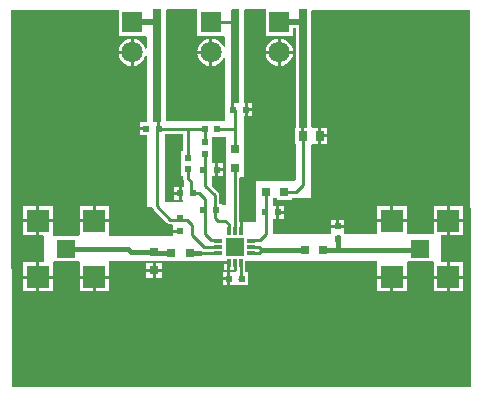
<source format=gtl>
G04 Layer_Physical_Order=1*
G04 Layer_Color=255*
%FSLAX23Y23*%
%MOIN*%
G70*
G01*
G75*
%ADD10R,0.062X0.062*%
%ADD11R,0.077X0.077*%
%ADD12R,0.022X0.024*%
%ADD13R,0.024X0.022*%
%ADD14R,0.031X0.033*%
%ADD15R,0.024X0.024*%
%ADD16R,0.024X0.024*%
%ADD17R,0.031X0.031*%
%ADD18R,0.031X0.031*%
%ADD19R,0.063X0.063*%
%ADD20R,0.012X0.028*%
%ADD21R,0.028X0.012*%
%ADD22C,0.010*%
%ADD23C,0.020*%
%ADD24C,0.016*%
%ADD25R,0.071X0.071*%
%ADD26C,0.071*%
%ADD27C,0.014*%
%ADD28C,0.037*%
G36*
X2456Y2812D02*
X2456Y2417D01*
X2446D01*
Y2390D01*
X2436D01*
Y2417D01*
X2430D01*
X2430Y2812D01*
X2456Y2812D01*
D02*
G37*
G36*
X2186Y2387D02*
X2186Y2159D01*
X2173Y2159D01*
Y2163D01*
X2162D01*
Y2192D01*
X2161Y2197D01*
X2161Y2198D01*
X2158Y2203D01*
X2140Y2221D01*
Y2255D01*
X2149D01*
Y2277D01*
Y2299D01*
X2140D01*
Y2387D01*
X2186Y2387D01*
D02*
G37*
G36*
X1968Y2813D02*
X1968Y2435D01*
X1966D01*
Y2413D01*
X1956D01*
Y2435D01*
X1942D01*
X1942Y2813D01*
X1968Y2813D01*
D02*
G37*
G36*
X2042Y2397D02*
Y2339D01*
X2035D01*
Y2296D01*
Y2256D01*
X2042D01*
Y2249D01*
X2043Y2243D01*
X2044Y2241D01*
Y2220D01*
X2037D01*
Y2198D01*
Y2176D01*
X2041D01*
X2042Y2173D01*
X2039Y2169D01*
X1981Y2169D01*
X1981Y2391D01*
X1981D01*
Y2397D01*
X2042Y2397D01*
D02*
G37*
G36*
X1827Y2809D02*
Y2723D01*
X1917D01*
X1921Y2719D01*
Y2681D01*
X1916Y2680D01*
X1912Y2691D01*
X1904Y2700D01*
X1895Y2708D01*
X1884Y2712D01*
X1877Y2713D01*
Y2668D01*
Y2623D01*
X1884Y2624D01*
X1895Y2628D01*
X1904Y2636D01*
X1912Y2645D01*
X1916Y2656D01*
X1921Y2655D01*
X1921Y2435D01*
X1897D01*
Y2418D01*
X1917D01*
Y2408D01*
X1897D01*
Y2391D01*
X1921D01*
X1921Y2152D01*
X1940Y2152D01*
X1941Y2149D01*
X1944Y2144D01*
X1989Y2099D01*
X1994Y2096D01*
X2000Y2095D01*
X2005D01*
X2009Y2093D01*
Y2077D01*
X2031D01*
Y2067D01*
X2009D01*
Y2060D01*
X2006Y2056D01*
X1798Y2056D01*
X1794Y2058D01*
X1794Y2061D01*
Y2102D01*
X1697D01*
Y2061D01*
X1693Y2056D01*
X1611Y2056D01*
X1607Y2058D01*
X1607Y2061D01*
Y2102D01*
X1563D01*
Y2058D01*
X1575D01*
X1579Y2056D01*
X1579Y2053D01*
X1579Y1973D01*
X1579Y1968D01*
X1563D01*
Y1924D01*
X1607D01*
Y1968D01*
X1607Y1970D01*
X1611Y1972D01*
X1693D01*
X1697Y1970D01*
X1697Y1968D01*
X1697Y1968D01*
Y1924D01*
X1794D01*
Y1968D01*
X1794Y1973D01*
X2179Y1973D01*
Y1971D01*
X2194D01*
Y1966D01*
X2199D01*
Y1942D01*
X2215D01*
X2216Y1940D01*
X2213Y1935D01*
X2200D01*
Y1913D01*
Y1891D01*
X2216D01*
X2216Y1891D01*
X2218D01*
Y1891D01*
X2221Y1891D01*
X2259D01*
Y1935D01*
X2249D01*
Y1942D01*
X2250D01*
Y1973D01*
X2690Y1973D01*
X2690Y1968D01*
X2690Y1968D01*
Y1924D01*
X2787D01*
Y1968D01*
X2787Y1970D01*
X2791Y1972D01*
X2873D01*
X2877Y1970D01*
X2877Y1968D01*
X2877Y1968D01*
Y1924D01*
X2921D01*
Y1968D01*
X2903D01*
X2903Y1973D01*
X2903Y1973D01*
X2903Y2058D01*
X2921D01*
Y2102D01*
X2877D01*
Y2062D01*
X2787D01*
Y2102D01*
X2690D01*
Y2062D01*
X2580D01*
X2579Y2067D01*
Y2068D01*
X2579D01*
Y2084D01*
X2535D01*
Y2068D01*
X2535D01*
Y2066D01*
X2534Y2062D01*
X2479D01*
X2342Y2062D01*
Y2113D01*
X2353D01*
Y2135D01*
Y2157D01*
X2342D01*
Y2177D01*
X2342D01*
Y2184D01*
X2354Y2184D01*
Y2177D01*
X2405D01*
Y2184D01*
X2470Y2184D01*
X2470Y2359D01*
X2475Y2363D01*
X2492D01*
Y2390D01*
Y2417D01*
X2471Y2417D01*
X2470Y2421D01*
X2470Y2805D01*
X2474Y2809D01*
X3000Y2809D01*
X3000Y2149D01*
X3001D01*
Y1921D01*
Y1554D01*
X1471Y1554D01*
Y1945D01*
X1470D01*
Y2173D01*
X1470Y2809D01*
X1827Y2809D01*
D02*
G37*
G36*
X2090Y2812D02*
Y2723D01*
X2180D01*
X2182Y2718D01*
Y2686D01*
X2177Y2685D01*
X2175Y2691D01*
X2167Y2700D01*
X2158Y2708D01*
X2147Y2712D01*
X2140Y2713D01*
Y2668D01*
Y2623D01*
X2147Y2624D01*
X2158Y2628D01*
X2167Y2636D01*
X2175Y2645D01*
X2177Y2651D01*
X2182Y2650D01*
X2182Y2444D01*
X2178Y2440D01*
X1986Y2440D01*
X1986Y2808D01*
X1990Y2812D01*
X2090Y2812D01*
D02*
G37*
G36*
X2227Y2812D02*
X2227Y2499D01*
X2213D01*
Y2477D01*
X2203D01*
Y2499D01*
X2201D01*
X2201Y2808D01*
X2205Y2812D01*
X2227Y2812D01*
D02*
G37*
G36*
X2318Y2813D02*
Y2723D01*
X2408D01*
Y2748D01*
X2417D01*
X2417Y2417D01*
X2416D01*
Y2363D01*
X2417D01*
Y2244D01*
X2413Y2240D01*
X2286Y2240D01*
X2286Y2104D01*
X2282Y2101D01*
X2229Y2101D01*
Y2250D01*
X2233Y2254D01*
X2244Y2254D01*
Y2455D01*
X2247D01*
Y2477D01*
Y2499D01*
X2244D01*
X2244Y2809D01*
X2248Y2813D01*
X2318Y2813D01*
D02*
G37*
%LPC*%
G36*
X2174Y2272D02*
X2159D01*
Y2255D01*
X2174D01*
Y2272D01*
D02*
G37*
G36*
Y2299D02*
X2159D01*
Y2282D01*
X2174D01*
Y2299D01*
D02*
G37*
G36*
X2027Y2220D02*
X2012D01*
Y2203D01*
X2027D01*
Y2220D01*
D02*
G37*
G36*
Y2193D02*
X2012D01*
Y2176D01*
X2027D01*
Y2193D01*
D02*
G37*
G36*
X2974Y1968D02*
X2931D01*
Y1924D01*
X2974D01*
Y1968D01*
D02*
G37*
G36*
X2189Y1961D02*
X2179D01*
Y1942D01*
X2189D01*
Y1961D01*
D02*
G37*
G36*
X2579Y2110D02*
X2562D01*
Y2094D01*
X2579D01*
Y2110D01*
D02*
G37*
G36*
X2552D02*
X2535D01*
Y2094D01*
X2552D01*
Y2110D01*
D02*
G37*
G36*
X1607Y2155D02*
X1563D01*
Y2112D01*
X1607D01*
Y2155D01*
D02*
G37*
G36*
X1553D02*
X1510D01*
Y2112D01*
X1553D01*
Y2155D01*
D02*
G37*
G36*
X1972Y1967D02*
X1951D01*
Y1947D01*
X1972D01*
Y1967D01*
D02*
G37*
G36*
X1941D02*
X1920D01*
Y1947D01*
X1941D01*
Y1967D01*
D02*
G37*
G36*
X2974Y2102D02*
X2931D01*
Y2058D01*
X2974D01*
Y2102D01*
D02*
G37*
G36*
X1553D02*
X1510D01*
Y2058D01*
X1553D01*
Y2102D01*
D02*
G37*
G36*
X1794Y1914D02*
X1751D01*
Y1871D01*
X1794D01*
Y1914D01*
D02*
G37*
G36*
X2733D02*
X2690D01*
Y1871D01*
X2733D01*
Y1914D01*
D02*
G37*
G36*
X2787D02*
X2743D01*
Y1871D01*
X2787D01*
Y1914D01*
D02*
G37*
G36*
X1553D02*
X1510D01*
Y1871D01*
X1553D01*
Y1914D01*
D02*
G37*
G36*
X1607D02*
X1563D01*
Y1871D01*
X1607D01*
Y1914D01*
D02*
G37*
G36*
X1741D02*
X1697D01*
Y1871D01*
X1741D01*
Y1914D01*
D02*
G37*
G36*
X2921D02*
X2877D01*
Y1871D01*
X2921D01*
Y1914D01*
D02*
G37*
G36*
X1972Y1937D02*
X1951D01*
Y1916D01*
X1972D01*
Y1937D01*
D02*
G37*
G36*
X2190Y1935D02*
X2175D01*
Y1918D01*
X2190D01*
Y1935D01*
D02*
G37*
G36*
X1553Y1968D02*
X1510D01*
Y1924D01*
X1553D01*
Y1968D01*
D02*
G37*
G36*
X2974Y1914D02*
X2931D01*
Y1871D01*
X2974D01*
Y1914D01*
D02*
G37*
G36*
X2190Y1908D02*
X2175D01*
Y1891D01*
X2190D01*
Y1908D01*
D02*
G37*
G36*
X1941Y1937D02*
X1920D01*
Y1916D01*
X1941D01*
Y1937D01*
D02*
G37*
G36*
X1867Y2663D02*
X1827D01*
X1828Y2656D01*
X1832Y2645D01*
X1840Y2636D01*
X1849Y2628D01*
X1860Y2624D01*
X1867Y2623D01*
Y2663D01*
D02*
G37*
G36*
X2522Y2385D02*
X2502D01*
Y2363D01*
X2522D01*
Y2385D01*
D02*
G37*
G36*
X2502Y2417D02*
Y2395D01*
X2522D01*
Y2417D01*
X2502D01*
D02*
G37*
G36*
X1867Y2713D02*
X1860Y2712D01*
X1849Y2708D01*
X1840Y2700D01*
X1832Y2691D01*
X1828Y2680D01*
X1827Y2673D01*
X1867D01*
Y2713D01*
D02*
G37*
G36*
X2787Y2155D02*
X2743D01*
Y2112D01*
X2787D01*
Y2155D01*
D02*
G37*
G36*
X2921D02*
X2877D01*
Y2112D01*
X2921D01*
Y2155D01*
D02*
G37*
G36*
X2974D02*
X2931D01*
Y2112D01*
X2974D01*
Y2155D01*
D02*
G37*
G36*
X1741D02*
X1697D01*
Y2112D01*
X1741D01*
Y2155D01*
D02*
G37*
G36*
X1794D02*
X1751D01*
Y2112D01*
X1794D01*
Y2155D01*
D02*
G37*
G36*
X2733D02*
X2690D01*
Y2112D01*
X2733D01*
Y2155D01*
D02*
G37*
G36*
X2378Y2130D02*
X2363D01*
Y2113D01*
X2378D01*
Y2130D01*
D02*
G37*
G36*
Y2157D02*
X2363D01*
Y2140D01*
X2378D01*
Y2157D01*
D02*
G37*
G36*
X2130Y2663D02*
X2090D01*
X2091Y2656D01*
X2095Y2645D01*
X2103Y2636D01*
X2112Y2628D01*
X2123Y2624D01*
X2130Y2623D01*
Y2663D01*
D02*
G37*
G36*
Y2713D02*
X2123Y2712D01*
X2112Y2708D01*
X2103Y2700D01*
X2095Y2691D01*
X2091Y2680D01*
X2090Y2673D01*
X2130D01*
Y2713D01*
D02*
G37*
G36*
X2272Y2499D02*
X2257D01*
Y2482D01*
X2272D01*
Y2499D01*
D02*
G37*
G36*
Y2472D02*
X2257D01*
Y2455D01*
X2272D01*
Y2472D01*
D02*
G37*
G36*
X2358Y2713D02*
X2351Y2712D01*
X2340Y2708D01*
X2331Y2700D01*
X2323Y2691D01*
X2319Y2680D01*
X2318Y2673D01*
X2358D01*
Y2713D01*
D02*
G37*
G36*
X2368D02*
Y2673D01*
X2408D01*
X2407Y2680D01*
X2403Y2691D01*
X2395Y2700D01*
X2386Y2708D01*
X2375Y2712D01*
X2368Y2713D01*
D02*
G37*
G36*
X2358Y2663D02*
X2318D01*
X2319Y2656D01*
X2323Y2645D01*
X2331Y2636D01*
X2340Y2628D01*
X2351Y2624D01*
X2358Y2623D01*
Y2663D01*
D02*
G37*
G36*
X2408D02*
X2368D01*
Y2623D01*
X2375Y2624D01*
X2386Y2628D01*
X2395Y2636D01*
X2403Y2645D01*
X2407Y2656D01*
X2408Y2663D01*
D02*
G37*
%LPD*%
D10*
X1652Y2013D02*
D03*
X2832D02*
D03*
D11*
X1558Y1919D02*
D03*
Y2107D02*
D03*
X1746D02*
D03*
Y1919D02*
D03*
X2738D02*
D03*
Y2107D02*
D03*
X2926D02*
D03*
Y1919D02*
D03*
D12*
X2110Y2277D02*
D03*
X2154D02*
D03*
X2153Y2141D02*
D03*
X2109D02*
D03*
X2076Y2198D02*
D03*
X2032D02*
D03*
X1917Y2413D02*
D03*
X1961D02*
D03*
X2208Y2477D02*
D03*
X2252D02*
D03*
X2239Y1913D02*
D03*
X2195D02*
D03*
X2358Y2135D02*
D03*
X2314D02*
D03*
D13*
X2031Y2116D02*
D03*
Y2072D02*
D03*
X2557Y2046D02*
D03*
Y2089D02*
D03*
D14*
X2497Y2390D02*
D03*
X2441D02*
D03*
D15*
X2156Y2413D02*
D03*
X2116D02*
D03*
D16*
X2057Y2317D02*
D03*
Y2278D02*
D03*
X2116Y2329D02*
D03*
Y2368D02*
D03*
D17*
X1946Y2004D02*
D03*
Y1942D02*
D03*
X2214Y2347D02*
D03*
Y2284D02*
D03*
D18*
X2001Y2000D02*
D03*
X2064D02*
D03*
X2317Y2203D02*
D03*
X2380D02*
D03*
X2510Y2009D02*
D03*
X2447D02*
D03*
D19*
X2214Y2020D02*
D03*
D20*
X2194Y2074D02*
D03*
X2214D02*
D03*
X2234D02*
D03*
Y1966D02*
D03*
X2214D02*
D03*
X2194D02*
D03*
D21*
X2268Y2039D02*
D03*
Y2020D02*
D03*
Y2000D02*
D03*
X2160D02*
D03*
Y2020D02*
D03*
Y2039D02*
D03*
D22*
X2116Y2223D02*
X2147Y2192D01*
X2214Y2412D02*
Y2477D01*
X2213Y2413D02*
X2214Y2412D01*
X2156Y2413D02*
X2213D01*
X1946Y2001D02*
X1947Y2000D01*
X2234Y1917D02*
Y1966D01*
X2298Y2041D02*
X2320Y2063D01*
Y2203D02*
X2320Y2203D01*
X2112Y2020D02*
X2160D01*
X2072Y2060D02*
X2112Y2020D01*
X2115Y2061D02*
X2135Y2041D01*
X2115Y2061D02*
Y2131D01*
X2418Y2203D02*
X2442Y2227D01*
X2214Y2477D02*
X2214Y2477D01*
X2115Y2131D02*
X2115Y2131D01*
X2116Y2329D02*
X2116Y2329D01*
X2116Y2369D02*
Y2413D01*
X2116Y2368D02*
X2116Y2369D01*
X2055Y2110D02*
X2072Y2093D01*
Y2060D02*
Y2093D01*
X2147Y2117D02*
X2157Y2107D01*
X2183D01*
X2194Y2074D02*
Y2074D01*
Y2096D01*
X2183Y2107D02*
X2194Y2096D01*
X2096Y2198D02*
X2115Y2179D01*
X2057Y2249D02*
Y2278D01*
Y2249D02*
X2070Y2236D01*
X1955Y2155D02*
X2000Y2110D01*
X2135Y2768D02*
X2214D01*
X2104Y2000D02*
X2160D01*
X2268Y2020D02*
X2294D01*
X2304Y2009D01*
X2268Y2000D02*
X2295D01*
X2304Y2009D01*
X2234Y2074D02*
Y2116D01*
X2214Y1943D02*
Y1966D01*
X2057Y2317D02*
Y2412D01*
X2056Y2413D02*
X2057Y2412D01*
X2056Y2413D02*
X2116D01*
X2230Y1913D02*
X2234Y1917D01*
X1955Y2413D02*
X1961D01*
X2056D01*
X2070Y2198D02*
X2076D01*
X2096D01*
X1935Y2001D02*
X1946D01*
X2214Y2074D02*
Y2284D01*
Y2288D01*
X2376Y2203D02*
X2380D01*
X2418D01*
X2214Y2344D02*
Y2347D01*
Y2412D01*
X2442Y2227D02*
Y2390D01*
X1955Y2155D02*
Y2413D01*
X2000Y2110D02*
X2055D01*
X2268Y2041D02*
X2298D01*
X2320Y2063D02*
Y2203D01*
X2116Y2223D02*
Y2329D01*
X2147Y2117D02*
Y2192D01*
X2070Y2198D02*
Y2236D01*
X2135Y2041D02*
X2160D01*
X2115Y2131D02*
Y2179D01*
D23*
X2363Y2768D02*
X2442D01*
X1872D02*
X1955D01*
D24*
X1946Y2001D02*
X1947Y2000D01*
X2828Y2009D02*
X2832Y2013D01*
X2557Y2010D02*
X2557Y2009D01*
X2828D01*
X1652Y2013D02*
X1857D01*
X1869Y2001D01*
X2557Y2010D02*
Y2046D01*
Y2051D01*
X2507Y2009D02*
X2510D01*
X2557D01*
X1869Y2001D02*
X1946D01*
X1947Y2000D02*
X2001D01*
X2005D01*
X2061D02*
X2064D01*
X2100D01*
X2304Y2009D02*
X2447D01*
X2451D01*
D25*
X2135Y2768D02*
D03*
X1872D02*
D03*
X2363D02*
D03*
D26*
X2135Y2668D02*
D03*
X1872D02*
D03*
X2363D02*
D03*
D27*
X2234Y2040D02*
D03*
X2214D02*
D03*
X2194D02*
D03*
Y2000D02*
D03*
X2214D02*
D03*
X2234D02*
D03*
Y2020D02*
D03*
X2194D02*
D03*
X2214D02*
D03*
D28*
X2163Y2232D02*
D03*
X2162Y2345D02*
D03*
X2008Y2354D02*
D03*
Y2254D02*
D03*
X1520Y1600D02*
D03*
Y1680D02*
D03*
Y1760D02*
D03*
Y1840D02*
D03*
Y2000D02*
D03*
Y2240D02*
D03*
Y2320D02*
D03*
Y2400D02*
D03*
Y2480D02*
D03*
Y2560D02*
D03*
Y2640D02*
D03*
Y2720D02*
D03*
X1600Y1600D02*
D03*
Y1680D02*
D03*
Y1760D02*
D03*
Y1840D02*
D03*
Y2240D02*
D03*
Y2320D02*
D03*
Y2400D02*
D03*
Y2480D02*
D03*
Y2560D02*
D03*
Y2640D02*
D03*
Y2720D02*
D03*
X1680Y1600D02*
D03*
Y1680D02*
D03*
Y1760D02*
D03*
Y1840D02*
D03*
Y2240D02*
D03*
Y2320D02*
D03*
Y2400D02*
D03*
Y2480D02*
D03*
Y2560D02*
D03*
Y2640D02*
D03*
Y2720D02*
D03*
X1760Y1600D02*
D03*
Y1680D02*
D03*
Y1760D02*
D03*
Y1840D02*
D03*
Y2240D02*
D03*
Y2320D02*
D03*
Y2400D02*
D03*
Y2480D02*
D03*
Y2560D02*
D03*
Y2640D02*
D03*
Y2720D02*
D03*
X1840Y1600D02*
D03*
Y1680D02*
D03*
Y1760D02*
D03*
Y1840D02*
D03*
Y1920D02*
D03*
Y2080D02*
D03*
Y2160D02*
D03*
Y2240D02*
D03*
Y2320D02*
D03*
Y2400D02*
D03*
Y2480D02*
D03*
Y2560D02*
D03*
X1920Y1600D02*
D03*
Y1680D02*
D03*
Y1760D02*
D03*
Y1840D02*
D03*
Y2080D02*
D03*
X2000Y1600D02*
D03*
Y1680D02*
D03*
Y1760D02*
D03*
Y1840D02*
D03*
Y1920D02*
D03*
X2080Y1600D02*
D03*
Y1680D02*
D03*
Y1760D02*
D03*
Y1840D02*
D03*
Y1920D02*
D03*
Y2480D02*
D03*
Y2560D02*
D03*
X2160Y1600D02*
D03*
Y1680D02*
D03*
Y1760D02*
D03*
Y1840D02*
D03*
Y2480D02*
D03*
Y2560D02*
D03*
X2240Y1600D02*
D03*
Y1680D02*
D03*
Y1760D02*
D03*
Y1840D02*
D03*
X2320Y1600D02*
D03*
Y1680D02*
D03*
Y1760D02*
D03*
Y1840D02*
D03*
Y1920D02*
D03*
Y2320D02*
D03*
Y2400D02*
D03*
Y2480D02*
D03*
Y2560D02*
D03*
X2400Y1600D02*
D03*
Y1680D02*
D03*
Y1760D02*
D03*
Y1840D02*
D03*
Y1920D02*
D03*
X2480Y1600D02*
D03*
Y1680D02*
D03*
Y1760D02*
D03*
Y1840D02*
D03*
Y1920D02*
D03*
Y2160D02*
D03*
X2560Y1600D02*
D03*
Y1680D02*
D03*
Y1760D02*
D03*
Y1840D02*
D03*
Y1920D02*
D03*
Y2160D02*
D03*
Y2240D02*
D03*
Y2320D02*
D03*
Y2400D02*
D03*
Y2480D02*
D03*
Y2560D02*
D03*
Y2640D02*
D03*
Y2720D02*
D03*
X2640Y1600D02*
D03*
Y1680D02*
D03*
Y1760D02*
D03*
Y1840D02*
D03*
Y1920D02*
D03*
Y2160D02*
D03*
Y2240D02*
D03*
Y2320D02*
D03*
Y2400D02*
D03*
Y2480D02*
D03*
Y2560D02*
D03*
Y2640D02*
D03*
Y2720D02*
D03*
X2720Y1600D02*
D03*
Y1680D02*
D03*
Y1760D02*
D03*
Y1840D02*
D03*
Y2240D02*
D03*
Y2320D02*
D03*
Y2400D02*
D03*
Y2480D02*
D03*
Y2560D02*
D03*
Y2640D02*
D03*
Y2720D02*
D03*
X2800Y1600D02*
D03*
Y1680D02*
D03*
Y1760D02*
D03*
Y1840D02*
D03*
Y2240D02*
D03*
Y2320D02*
D03*
Y2400D02*
D03*
Y2480D02*
D03*
Y2560D02*
D03*
Y2640D02*
D03*
Y2720D02*
D03*
X2880Y1600D02*
D03*
Y1680D02*
D03*
Y1760D02*
D03*
Y1840D02*
D03*
Y2240D02*
D03*
Y2320D02*
D03*
Y2400D02*
D03*
Y2480D02*
D03*
Y2560D02*
D03*
Y2640D02*
D03*
Y2720D02*
D03*
X2960Y1600D02*
D03*
Y1680D02*
D03*
Y1760D02*
D03*
Y1840D02*
D03*
Y2000D02*
D03*
Y2240D02*
D03*
Y2320D02*
D03*
Y2400D02*
D03*
Y2480D02*
D03*
Y2560D02*
D03*
Y2640D02*
D03*
Y2720D02*
D03*
M02*

</source>
